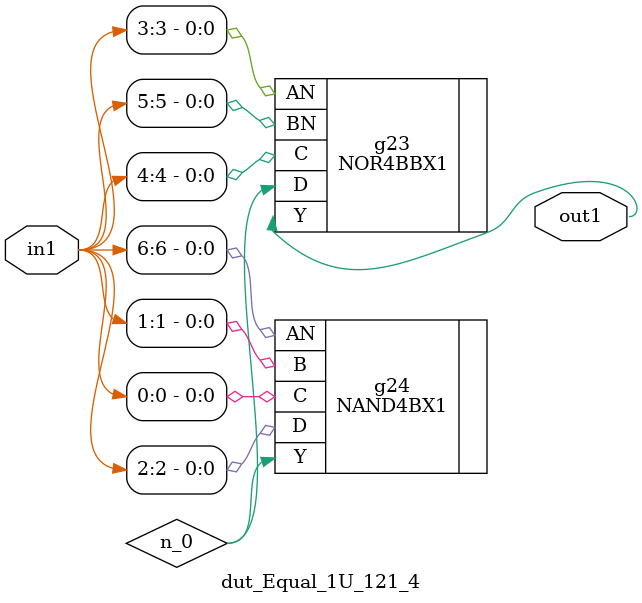
<source format=v>
`timescale 1ps / 1ps


module dut_Equal_1U_121_4(in1, out1);
  input [6:0] in1;
  output out1;
  wire [6:0] in1;
  wire out1;
  wire n_0;
  NOR4BBX1 g23(.AN (in1[3]), .BN (in1[5]), .C (in1[4]), .D (n_0), .Y
       (out1));
  NAND4BX1 g24(.AN (in1[6]), .B (in1[1]), .C (in1[0]), .D (in1[2]), .Y
       (n_0));
endmodule



</source>
